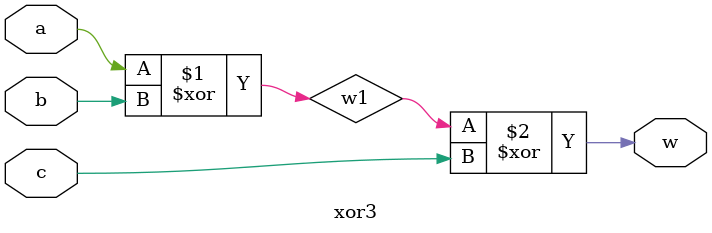
<source format=v>
module circuit_7 (y,a,b,c,d);
    input a, b, c, d;
    output y;
    // wire [22:0]w, tw1, tw2;
    // and G1(w[1:1], a, b);
    // or G2(w[2:2], b, c);
    // nand3 G3(w[3:3], b, c, d);
    // not G4(w[4:4], c);
    // not G5(w[5:5], b);
    // nor G6(w[6:6], w[4:4], c);
    // nand G7(w[7:7], w[5:5], w[6:6]);
    // not G8(w[8:8], w[5:5]);
    // not G9(w[9:9], w[4:4]);
    // not G10(w[10:10], w[3:3]);
    // nor G11(w[11:11], w[1:1], w[2:2]);
    // nand G12(w[12:12], w[2:2], b);
    // nor G13(w[13:13], w[3:3], w[1:1]);
    // nand G14(w[14:14], w[7:7], w[13:13]);
    // nand G15(w[15:15], w[14:14], w[12:12]);
    // or G16(w[16:16], w[12:12], w[8:8]);
    // or3 G17(w[17:17], w[13:13], w[9:9], w[10:10]);
    // xor G18(w[18:18], w[11:11], w[12:12]);
    // xor G19(w[19:19], w[11:11], w[12:12]);
    // and G20(w[20:20], w[19:19], w[18:18]);
    // xor3 G21(w[21:21], w[19:19], w[17:17], w[16:16]);
    // xor3 G22(y, w[20:20], w[21:21], w[15:15]);
    wire [6:0]w;
    or G1(w[1:1], a, b);
    not G2(w[2:2], c);
    nand G3(w[3:3], w[2:2], a);
    and G4(w[4:4], a, d);
    nand G5(w[5:5], w[1:1], w[3:3]);
    xor G6(y, w[5:5], w[4:4]);
    
endmodule

module nand3 (
    w, x, y, z
);
    input x,y,z;
    output w;
    wire w1, w2;
    and G1(w1, x, y);
    and G2(w2, w1, z);
    not G3(w, w2);
endmodule

module or3(
    w, a, b, c
);
    input a, b, c;
    output w;
    wire w1;
    or G1(w1, a, b);
    or G2(w, w1, c);
endmodule

module xor3(
    w, a, b, c
);
    input a, b, c;
    output w;
    wire w1;
    xor G1(w1, a, b);
    xor G2(w, w1, c);
endmodule
</source>
